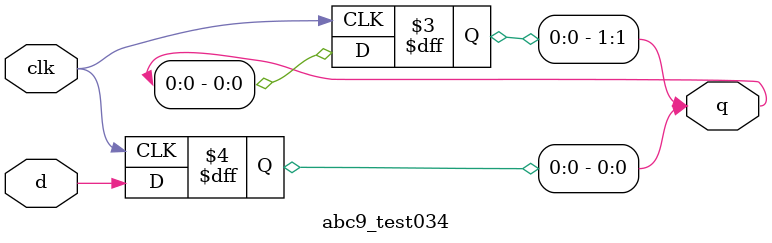
<source format=v>
module abc9_test001(input a, output o);
assign o = a;
endmodule

module abc9_test002(input [1:0] a, output o);
assign o = a[1];
endmodule

module abc9_test003(input [1:0] a, output [1:0] o);
assign o = a;
endmodule

module abc9_test004(input [1:0] a, output o);
assign o = ^a;
endmodule

module abc9_test005(input [1:0] a, output o, output p);
assign o = ^a;
assign p = ~o;
endmodule

module abc9_test006(input [1:0] a, output [2:0] o);
assign o[0] = ^a;
assign o[1] = ~o[0];
assign o[2] = o[1];
endmodule

module abc9_test007(input a, output o);
wire b, c;
assign c = ~a;
assign b = c;
abc9_test007_sub s(b, o);
endmodule

module abc9_test007_sub(input a, output b);
assign b = a;
endmodule

module abc9_test008(input a, output o);
wire b, c;
assign b = ~a;
assign c = b;
abc9_test008_sub s(b, o);
endmodule

module abc9_test008_sub(input a, output b);
assign b = ~a;
endmodule

module abc9_test009(inout io, input oe);
reg latch;
always @(io or oe)
    if (!oe)
        latch <= io;
assign io = oe ? ~latch : 1'bz;
endmodule

module abc9_test010(inout [7:0] io, input oe);
reg [7:0] latch;
always @(io or oe)
    if (!oe)
        latch <= io;
assign io = oe ? ~latch : 8'bz;
endmodule

module abc9_test011(inout io, input oe);
reg latch;
always @(io or oe)
    if (!oe)
        latch <= io;
//assign io = oe ? ~latch : 8'bz;
endmodule

module abc9_test012(inout io, input oe);
reg latch;
//always @(io or oe)
//    if (!oe)
//        latch <= io;
assign io = oe ? ~latch : 8'bz;
endmodule

module abc9_test013(inout [3:0] io, input oe);
reg [3:0] latch;
always @(io or oe)
    if (!oe)
        latch[3:0] <= io[3:0];
    else
        latch[7:4] <= io;
assign io[3:0] = oe ? ~latch[3:0] : 4'bz;
assign io[7:4] = !oe ? {latch[4], latch[7:3]} : 4'bz;
endmodule

module abc9_test014(inout [7:0] io, input oe);
abc9_test012_sub sub(io, oe);
endmodule

module abc9_test012_sub(inout [7:0] io, input oe);
reg [7:0] latch;
always @(io or oe)
    if (!oe)
        latch[3:0] <= io;
    else
        latch[7:4] <= io;
assign io[3:0] = oe ? ~latch[3:0] : 4'bz;
assign io[7:4] = !oe ? {latch[4], latch[7:3]} : 4'bz;
endmodule

module abc9_test015(input a, output b, input c);
assign b = ~a;
(* keep *) wire d;
assign d = ~c;
endmodule

module abc9_test016(input a, output b);
assign b = ~a;
(* keep *) reg c;
always @* c <= ~a;
endmodule

module abc9_test017(input a, output b);
assign b = ~a;
(* keep *) reg c;
always @* c = b;
endmodule

module abc9_test018(input a, output b, output c);
assign b = ~a;
(* keep *) wire [1:0] d;
assign c = &d;
endmodule

module abc9_test019(input a, output b);
assign b = ~a;
(* keep *) reg [1:0] c;
reg d;
always @* d <= &c;
endmodule

module abc9_test020(input a, output b);
assign b = ~a;
(* keep *) reg [1:0] c;
(* keep *) reg d;
always @* d <= &c;
endmodule

// Citation: https://github.com/alexforencich/verilog-ethernet
module abc9_test021(clk, rst, s_eth_hdr_valid, s_eth_hdr_ready, s_eth_dest_mac, s_eth_src_mac, s_eth_type, s_eth_payload_axis_tdata, s_eth_payload_axis_tkeep, s_eth_payload_axis_tvalid, s_eth_payload_axis_tready, s_eth_payload_axis_tlast, s_eth_payload_axis_tid, s_eth_payload_axis_tdest, s_eth_payload_axis_tuser, m_eth_hdr_valid, m_eth_hdr_ready, m_eth_dest_mac, m_eth_src_mac, m_eth_type, m_eth_payload_axis_tdata, m_eth_payload_axis_tkeep, m_eth_payload_axis_tvalid, m_eth_payload_axis_tready, m_eth_payload_axis_tlast, m_eth_payload_axis_tid, m_eth_payload_axis_tdest, m_eth_payload_axis_tuser);
  input clk;
  output [47:0] m_eth_dest_mac;
  input m_eth_hdr_ready;
  output m_eth_hdr_valid;
  output [7:0] m_eth_payload_axis_tdata;
  output [7:0] m_eth_payload_axis_tdest;
  output [7:0] m_eth_payload_axis_tid;
  output m_eth_payload_axis_tkeep;
  output m_eth_payload_axis_tlast;
  input m_eth_payload_axis_tready;
  output m_eth_payload_axis_tuser;
  output m_eth_payload_axis_tvalid;
  output [47:0] m_eth_src_mac;
  output [15:0] m_eth_type;
  input rst;
  input [191:0] s_eth_dest_mac;
  output [3:0] s_eth_hdr_ready;
  input [3:0] s_eth_hdr_valid;
  input [31:0] s_eth_payload_axis_tdata;
  input [31:0] s_eth_payload_axis_tdest;
  input [31:0] s_eth_payload_axis_tid;
  input [3:0] s_eth_payload_axis_tkeep;
  input [3:0] s_eth_payload_axis_tlast;
  output [3:0] s_eth_payload_axis_tready;
  input [3:0] s_eth_payload_axis_tuser;
  input [3:0] s_eth_payload_axis_tvalid;
  input [191:0] s_eth_src_mac;
  input [63:0] s_eth_type;
  (* keep *)
  wire [0:0] grant, request;
  wire a;
  not u0 (
    a,
    grant[0]
  );
  and u1  (
    request[0],
    s_eth_hdr_valid[0],
    a
  );
  (* keep *)
  MUXF8 u2  (
    .I0(1'bx),
    .I1(1'bx),
    .O(o),
    .S(1'bx)
  );
  arbiter  arb_inst (
    .acknowledge(acknowledge),
    .clk(clk),
    .grant(grant),
    .grant_encoded(grant_encoded),
    .grant_valid(grant_valid),
    .request(request),
    .rst(rst)
  );
endmodule

module arbiter (clk, rst, request, acknowledge, grant, grant_valid, grant_encoded);
  input [3:0] acknowledge;
  input clk;
  output [3:0] grant;
  output [1:0] grant_encoded;
  output grant_valid;
  input [3:0] request;
  input rst;
endmodule

(* abc_box_id=1 *)
module MUXF8(input I0, I1, S, output O);
endmodule

// Citation: https://github.com/alexforencich/verilog-ethernet
// TODO: yosys -p "synth_xilinx -abc9 -top abc9_test022" abc9.v -q
// returns before b4321a31
//   Warning: Wire abc9_test022.\m_eth_payload_axis_tkeep [7] is used but has no
//   driver.
//   Warning: Wire abc9_test022.\m_eth_payload_axis_tkeep [3] is used but has no
//   driver.
module abc9_test022
(
    input  wire        clk,
    input  wire        i,
    output wire [7:0]  m_eth_payload_axis_tkeep
);
    reg [7:0]  m_eth_payload_axis_tkeep_reg = 8'd0;
    assign m_eth_payload_axis_tkeep = m_eth_payload_axis_tkeep_reg;
    always @(posedge clk)
        m_eth_payload_axis_tkeep_reg <= i ? 8'hff : 8'h0f;
endmodule

// Citation: https://github.com/riscv/riscv-bitmanip
// TODO: yosys -p "synth_xilinx -abc9 -top abc9_test023" abc9.v -q
// returns before 14233843
//   Warning: Wire abc9_test023.\dout [1] is used but has no driver.
module abc9_test023 #(
	parameter integer N = 2,
	parameter integer M = 2
) (
	input [7:0] din,
	output [M-1:0] dout
);
	wire [2*M-1:0] mask = {M{1'b1}};
	assign dout = (mask << din[N-1:0]) >> M;
endmodule

module abc9_test024(input [3:0] i, output [3:0] o);
abc9_test024_sub a(i[1:0], o[1:0]);
endmodule

module abc9_test024_sub(input [1:0] i, output [1:0] o);
assign o = i;
endmodule

module abc9_test025(input [3:0] i, output [3:0] o);
abc9_test024_sub a(i[2:1], o[2:1]);
endmodule

module abc9_test026(output [3:0] o, p);
assign o = { 1'b1, 1'bx };
assign p = { 1'b1, 1'bx, 1'b0 };
endmodule

module abc9_test029(input clk, d, r, output reg q);
always @(posedge clk or posedge r)
    if (r) q <= 1'b0;
    else q <= d;
endmodule

module abc9_test030(input clk, d, r, output reg q);
always @(negedge clk or posedge r)
    if (r) q <= 1'b1;
    else q <= d;
endmodule

module abc9_test032(input clk1, clk2, d, output reg q1, q2);
always @(posedge clk1) q1 <= d;
always @(negedge clk2) q2 <= q1;
endmodule

module abc9_test033(input clk, d, output reg q1, q2);
always @(posedge clk) q1 <= d;
always @(posedge clk) q2 <= q1;
endmodule

module abc9_test034(input clk, d, output reg [1:0] q);
always @(posedge clk) q[0] <= d;
always @(negedge clk) q[1] <= q[0];
endmodule

</source>
